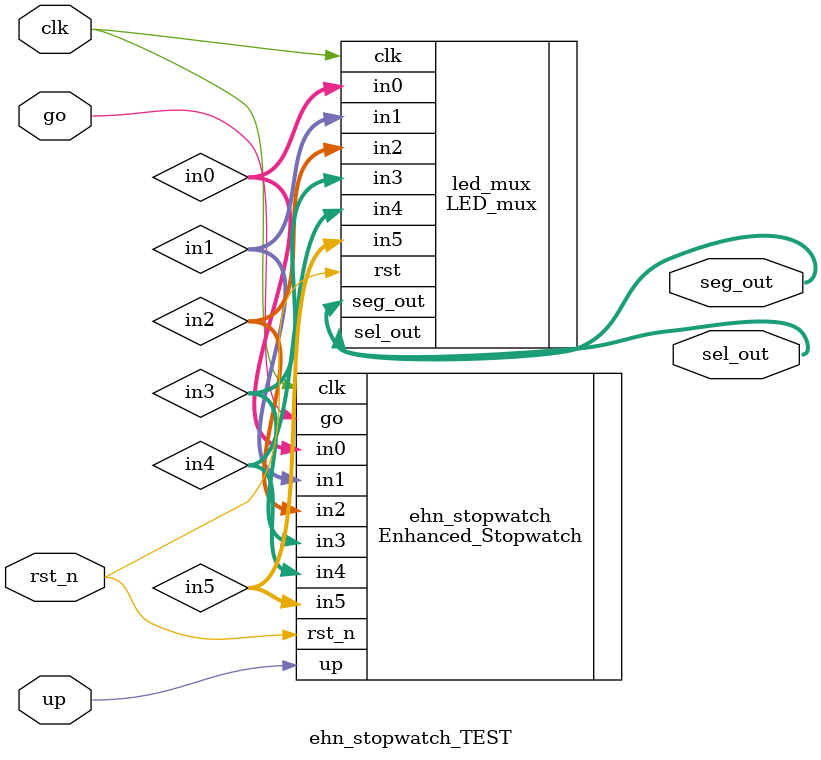
<source format=v>
`timescale 1ns / 1ps
module ehn_stopwatch_TEST(
	input clk,rst_n,
	input up,go,
	output[7:0] seg_out,
	output[5:0] sel_out
    );
	 wire [4:0] in0,in1,in2,in3,in4,in5;
	 
	 Enhanced_Stopwatch ehn_stopwatch(   
	.clk(clk),
	.rst_n(rst_n),
	.up(up),
	.go(go), 
	.in0(in0),
	.in1(in1),
	.in2(in2),
	.in3(in3),
	.in4(in4),
	.in5(in5)
    );
	 
	 LED_mux led_mux
		(
		.clk(clk),
		.rst(rst_n),
		.in0(in0),
		.in1(in1),
		.in2(in2),
		.in3(in3),
		.in4(in4),
		.in5(in5),
		.seg_out(seg_out),
		.sel_out(sel_out)
		 );



endmodule

</source>
